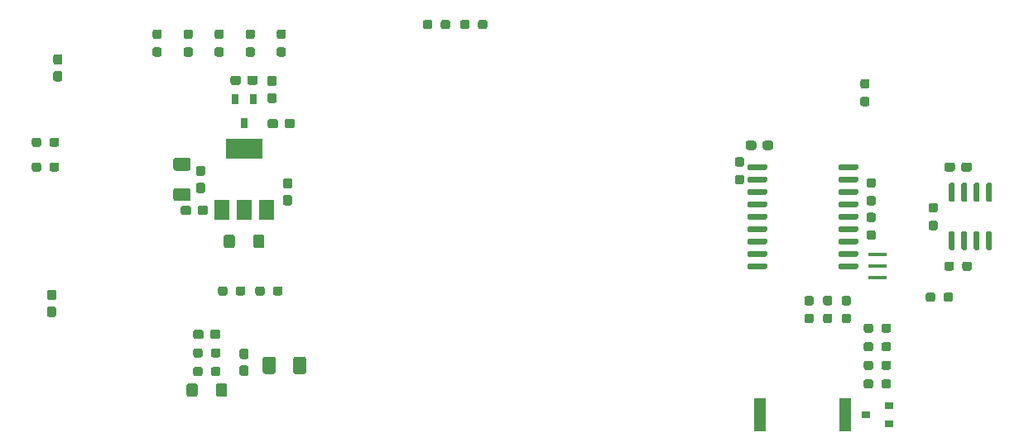
<source format=gbr>
G04 #@! TF.GenerationSoftware,KiCad,Pcbnew,(5.1.9)-1*
G04 #@! TF.CreationDate,2021-11-13T13:02:01+09:00*
G04 #@! TF.ProjectId,MainBoard2022_mega,4d61696e-426f-4617-9264-323032325f6d,rev?*
G04 #@! TF.SameCoordinates,Original*
G04 #@! TF.FileFunction,Paste,Bot*
G04 #@! TF.FilePolarity,Positive*
%FSLAX46Y46*%
G04 Gerber Fmt 4.6, Leading zero omitted, Abs format (unit mm)*
G04 Created by KiCad (PCBNEW (5.1.9)-1) date 2021-11-13 13:02:01*
%MOMM*%
%LPD*%
G01*
G04 APERTURE LIST*
%ADD10R,1.900000X0.400000*%
%ADD11R,0.900000X0.800000*%
%ADD12R,0.700000X1.000000*%
%ADD13R,3.800000X2.000000*%
%ADD14R,1.500000X2.000000*%
%ADD15R,1.300000X3.400000*%
G04 APERTURE END LIST*
D10*
X192278000Y-100006000D03*
X192278000Y-98806000D03*
X192278000Y-97606000D03*
G36*
G01*
X148593000Y-73803500D02*
X148593000Y-74278500D01*
G75*
G02*
X148355500Y-74516000I-237500J0D01*
G01*
X147855500Y-74516000D01*
G75*
G02*
X147618000Y-74278500I0J237500D01*
G01*
X147618000Y-73803500D01*
G75*
G02*
X147855500Y-73566000I237500J0D01*
G01*
X148355500Y-73566000D01*
G75*
G02*
X148593000Y-73803500I0J-237500D01*
G01*
G37*
G36*
G01*
X146768000Y-73803500D02*
X146768000Y-74278500D01*
G75*
G02*
X146530500Y-74516000I-237500J0D01*
G01*
X146030500Y-74516000D01*
G75*
G02*
X145793000Y-74278500I0J237500D01*
G01*
X145793000Y-73803500D01*
G75*
G02*
X146030500Y-73566000I237500J0D01*
G01*
X146530500Y-73566000D01*
G75*
G02*
X146768000Y-73803500I0J-237500D01*
G01*
G37*
G36*
G01*
X198203000Y-101743500D02*
X198203000Y-102218500D01*
G75*
G02*
X197965500Y-102456000I-237500J0D01*
G01*
X197465500Y-102456000D01*
G75*
G02*
X197228000Y-102218500I0J237500D01*
G01*
X197228000Y-101743500D01*
G75*
G02*
X197465500Y-101506000I237500J0D01*
G01*
X197965500Y-101506000D01*
G75*
G02*
X198203000Y-101743500I0J-237500D01*
G01*
G37*
G36*
G01*
X200028000Y-101743500D02*
X200028000Y-102218500D01*
G75*
G02*
X199790500Y-102456000I-237500J0D01*
G01*
X199290500Y-102456000D01*
G75*
G02*
X199053000Y-102218500I0J237500D01*
G01*
X199053000Y-101743500D01*
G75*
G02*
X199290500Y-101506000I237500J0D01*
G01*
X199790500Y-101506000D01*
G75*
G02*
X200028000Y-101743500I0J-237500D01*
G01*
G37*
G36*
G01*
X108220500Y-77086000D02*
X108695500Y-77086000D01*
G75*
G02*
X108933000Y-77323500I0J-237500D01*
G01*
X108933000Y-77923500D01*
G75*
G02*
X108695500Y-78161000I-237500J0D01*
G01*
X108220500Y-78161000D01*
G75*
G02*
X107983000Y-77923500I0J237500D01*
G01*
X107983000Y-77323500D01*
G75*
G02*
X108220500Y-77086000I237500J0D01*
G01*
G37*
G36*
G01*
X108220500Y-78811000D02*
X108695500Y-78811000D01*
G75*
G02*
X108933000Y-79048500I0J-237500D01*
G01*
X108933000Y-79648500D01*
G75*
G02*
X108695500Y-79886000I-237500J0D01*
G01*
X108220500Y-79886000D01*
G75*
G02*
X107983000Y-79648500I0J237500D01*
G01*
X107983000Y-79048500D01*
G75*
G02*
X108220500Y-78811000I237500J0D01*
G01*
G37*
G36*
G01*
X122298000Y-106028500D02*
X122298000Y-105553500D01*
G75*
G02*
X122535500Y-105316000I237500J0D01*
G01*
X123135500Y-105316000D01*
G75*
G02*
X123373000Y-105553500I0J-237500D01*
G01*
X123373000Y-106028500D01*
G75*
G02*
X123135500Y-106266000I-237500J0D01*
G01*
X122535500Y-106266000D01*
G75*
G02*
X122298000Y-106028500I0J237500D01*
G01*
G37*
G36*
G01*
X124023000Y-106028500D02*
X124023000Y-105553500D01*
G75*
G02*
X124260500Y-105316000I237500J0D01*
G01*
X124860500Y-105316000D01*
G75*
G02*
X125098000Y-105553500I0J-237500D01*
G01*
X125098000Y-106028500D01*
G75*
G02*
X124860500Y-106266000I-237500J0D01*
G01*
X124260500Y-106266000D01*
G75*
G02*
X124023000Y-106028500I0J237500D01*
G01*
G37*
D11*
X193478000Y-113096000D03*
X193478000Y-114996000D03*
X191078000Y-114046000D03*
G36*
G01*
X190333000Y-88496000D02*
X190333000Y-88796000D01*
G75*
G02*
X190183000Y-88946000I-150000J0D01*
G01*
X188433000Y-88946000D01*
G75*
G02*
X188283000Y-88796000I0J150000D01*
G01*
X188283000Y-88496000D01*
G75*
G02*
X188433000Y-88346000I150000J0D01*
G01*
X190183000Y-88346000D01*
G75*
G02*
X190333000Y-88496000I0J-150000D01*
G01*
G37*
G36*
G01*
X190333000Y-89766000D02*
X190333000Y-90066000D01*
G75*
G02*
X190183000Y-90216000I-150000J0D01*
G01*
X188433000Y-90216000D01*
G75*
G02*
X188283000Y-90066000I0J150000D01*
G01*
X188283000Y-89766000D01*
G75*
G02*
X188433000Y-89616000I150000J0D01*
G01*
X190183000Y-89616000D01*
G75*
G02*
X190333000Y-89766000I0J-150000D01*
G01*
G37*
G36*
G01*
X190333000Y-91036000D02*
X190333000Y-91336000D01*
G75*
G02*
X190183000Y-91486000I-150000J0D01*
G01*
X188433000Y-91486000D01*
G75*
G02*
X188283000Y-91336000I0J150000D01*
G01*
X188283000Y-91036000D01*
G75*
G02*
X188433000Y-90886000I150000J0D01*
G01*
X190183000Y-90886000D01*
G75*
G02*
X190333000Y-91036000I0J-150000D01*
G01*
G37*
G36*
G01*
X190333000Y-92306000D02*
X190333000Y-92606000D01*
G75*
G02*
X190183000Y-92756000I-150000J0D01*
G01*
X188433000Y-92756000D01*
G75*
G02*
X188283000Y-92606000I0J150000D01*
G01*
X188283000Y-92306000D01*
G75*
G02*
X188433000Y-92156000I150000J0D01*
G01*
X190183000Y-92156000D01*
G75*
G02*
X190333000Y-92306000I0J-150000D01*
G01*
G37*
G36*
G01*
X190333000Y-93576000D02*
X190333000Y-93876000D01*
G75*
G02*
X190183000Y-94026000I-150000J0D01*
G01*
X188433000Y-94026000D01*
G75*
G02*
X188283000Y-93876000I0J150000D01*
G01*
X188283000Y-93576000D01*
G75*
G02*
X188433000Y-93426000I150000J0D01*
G01*
X190183000Y-93426000D01*
G75*
G02*
X190333000Y-93576000I0J-150000D01*
G01*
G37*
G36*
G01*
X190333000Y-94846000D02*
X190333000Y-95146000D01*
G75*
G02*
X190183000Y-95296000I-150000J0D01*
G01*
X188433000Y-95296000D01*
G75*
G02*
X188283000Y-95146000I0J150000D01*
G01*
X188283000Y-94846000D01*
G75*
G02*
X188433000Y-94696000I150000J0D01*
G01*
X190183000Y-94696000D01*
G75*
G02*
X190333000Y-94846000I0J-150000D01*
G01*
G37*
G36*
G01*
X190333000Y-96116000D02*
X190333000Y-96416000D01*
G75*
G02*
X190183000Y-96566000I-150000J0D01*
G01*
X188433000Y-96566000D01*
G75*
G02*
X188283000Y-96416000I0J150000D01*
G01*
X188283000Y-96116000D01*
G75*
G02*
X188433000Y-95966000I150000J0D01*
G01*
X190183000Y-95966000D01*
G75*
G02*
X190333000Y-96116000I0J-150000D01*
G01*
G37*
G36*
G01*
X190333000Y-97386000D02*
X190333000Y-97686000D01*
G75*
G02*
X190183000Y-97836000I-150000J0D01*
G01*
X188433000Y-97836000D01*
G75*
G02*
X188283000Y-97686000I0J150000D01*
G01*
X188283000Y-97386000D01*
G75*
G02*
X188433000Y-97236000I150000J0D01*
G01*
X190183000Y-97236000D01*
G75*
G02*
X190333000Y-97386000I0J-150000D01*
G01*
G37*
G36*
G01*
X190333000Y-98656000D02*
X190333000Y-98956000D01*
G75*
G02*
X190183000Y-99106000I-150000J0D01*
G01*
X188433000Y-99106000D01*
G75*
G02*
X188283000Y-98956000I0J150000D01*
G01*
X188283000Y-98656000D01*
G75*
G02*
X188433000Y-98506000I150000J0D01*
G01*
X190183000Y-98506000D01*
G75*
G02*
X190333000Y-98656000I0J-150000D01*
G01*
G37*
G36*
G01*
X181033000Y-98656000D02*
X181033000Y-98956000D01*
G75*
G02*
X180883000Y-99106000I-150000J0D01*
G01*
X179133000Y-99106000D01*
G75*
G02*
X178983000Y-98956000I0J150000D01*
G01*
X178983000Y-98656000D01*
G75*
G02*
X179133000Y-98506000I150000J0D01*
G01*
X180883000Y-98506000D01*
G75*
G02*
X181033000Y-98656000I0J-150000D01*
G01*
G37*
G36*
G01*
X181033000Y-97386000D02*
X181033000Y-97686000D01*
G75*
G02*
X180883000Y-97836000I-150000J0D01*
G01*
X179133000Y-97836000D01*
G75*
G02*
X178983000Y-97686000I0J150000D01*
G01*
X178983000Y-97386000D01*
G75*
G02*
X179133000Y-97236000I150000J0D01*
G01*
X180883000Y-97236000D01*
G75*
G02*
X181033000Y-97386000I0J-150000D01*
G01*
G37*
G36*
G01*
X181033000Y-96116000D02*
X181033000Y-96416000D01*
G75*
G02*
X180883000Y-96566000I-150000J0D01*
G01*
X179133000Y-96566000D01*
G75*
G02*
X178983000Y-96416000I0J150000D01*
G01*
X178983000Y-96116000D01*
G75*
G02*
X179133000Y-95966000I150000J0D01*
G01*
X180883000Y-95966000D01*
G75*
G02*
X181033000Y-96116000I0J-150000D01*
G01*
G37*
G36*
G01*
X181033000Y-94846000D02*
X181033000Y-95146000D01*
G75*
G02*
X180883000Y-95296000I-150000J0D01*
G01*
X179133000Y-95296000D01*
G75*
G02*
X178983000Y-95146000I0J150000D01*
G01*
X178983000Y-94846000D01*
G75*
G02*
X179133000Y-94696000I150000J0D01*
G01*
X180883000Y-94696000D01*
G75*
G02*
X181033000Y-94846000I0J-150000D01*
G01*
G37*
G36*
G01*
X181033000Y-93576000D02*
X181033000Y-93876000D01*
G75*
G02*
X180883000Y-94026000I-150000J0D01*
G01*
X179133000Y-94026000D01*
G75*
G02*
X178983000Y-93876000I0J150000D01*
G01*
X178983000Y-93576000D01*
G75*
G02*
X179133000Y-93426000I150000J0D01*
G01*
X180883000Y-93426000D01*
G75*
G02*
X181033000Y-93576000I0J-150000D01*
G01*
G37*
G36*
G01*
X181033000Y-92306000D02*
X181033000Y-92606000D01*
G75*
G02*
X180883000Y-92756000I-150000J0D01*
G01*
X179133000Y-92756000D01*
G75*
G02*
X178983000Y-92606000I0J150000D01*
G01*
X178983000Y-92306000D01*
G75*
G02*
X179133000Y-92156000I150000J0D01*
G01*
X180883000Y-92156000D01*
G75*
G02*
X181033000Y-92306000I0J-150000D01*
G01*
G37*
G36*
G01*
X181033000Y-91036000D02*
X181033000Y-91336000D01*
G75*
G02*
X180883000Y-91486000I-150000J0D01*
G01*
X179133000Y-91486000D01*
G75*
G02*
X178983000Y-91336000I0J150000D01*
G01*
X178983000Y-91036000D01*
G75*
G02*
X179133000Y-90886000I150000J0D01*
G01*
X180883000Y-90886000D01*
G75*
G02*
X181033000Y-91036000I0J-150000D01*
G01*
G37*
G36*
G01*
X181033000Y-89766000D02*
X181033000Y-90066000D01*
G75*
G02*
X180883000Y-90216000I-150000J0D01*
G01*
X179133000Y-90216000D01*
G75*
G02*
X178983000Y-90066000I0J150000D01*
G01*
X178983000Y-89766000D01*
G75*
G02*
X179133000Y-89616000I150000J0D01*
G01*
X180883000Y-89616000D01*
G75*
G02*
X181033000Y-89766000I0J-150000D01*
G01*
G37*
G36*
G01*
X181033000Y-88496000D02*
X181033000Y-88796000D01*
G75*
G02*
X180883000Y-88946000I-150000J0D01*
G01*
X179133000Y-88946000D01*
G75*
G02*
X178983000Y-88796000I0J150000D01*
G01*
X178983000Y-88496000D01*
G75*
G02*
X179133000Y-88346000I150000J0D01*
G01*
X180883000Y-88346000D01*
G75*
G02*
X181033000Y-88496000I0J-150000D01*
G01*
G37*
D12*
X126558000Y-81731000D03*
X128458000Y-81731000D03*
X127508000Y-84131000D03*
D13*
X127508000Y-86766000D03*
D14*
X127508000Y-93066000D03*
X125208000Y-93066000D03*
X129808000Y-93066000D03*
G36*
G01*
X199748000Y-90276000D02*
X200048000Y-90276000D01*
G75*
G02*
X200198000Y-90426000I0J-150000D01*
G01*
X200198000Y-92076000D01*
G75*
G02*
X200048000Y-92226000I-150000J0D01*
G01*
X199748000Y-92226000D01*
G75*
G02*
X199598000Y-92076000I0J150000D01*
G01*
X199598000Y-90426000D01*
G75*
G02*
X199748000Y-90276000I150000J0D01*
G01*
G37*
G36*
G01*
X201018000Y-90276000D02*
X201318000Y-90276000D01*
G75*
G02*
X201468000Y-90426000I0J-150000D01*
G01*
X201468000Y-92076000D01*
G75*
G02*
X201318000Y-92226000I-150000J0D01*
G01*
X201018000Y-92226000D01*
G75*
G02*
X200868000Y-92076000I0J150000D01*
G01*
X200868000Y-90426000D01*
G75*
G02*
X201018000Y-90276000I150000J0D01*
G01*
G37*
G36*
G01*
X202288000Y-90276000D02*
X202588000Y-90276000D01*
G75*
G02*
X202738000Y-90426000I0J-150000D01*
G01*
X202738000Y-92076000D01*
G75*
G02*
X202588000Y-92226000I-150000J0D01*
G01*
X202288000Y-92226000D01*
G75*
G02*
X202138000Y-92076000I0J150000D01*
G01*
X202138000Y-90426000D01*
G75*
G02*
X202288000Y-90276000I150000J0D01*
G01*
G37*
G36*
G01*
X203558000Y-90276000D02*
X203858000Y-90276000D01*
G75*
G02*
X204008000Y-90426000I0J-150000D01*
G01*
X204008000Y-92076000D01*
G75*
G02*
X203858000Y-92226000I-150000J0D01*
G01*
X203558000Y-92226000D01*
G75*
G02*
X203408000Y-92076000I0J150000D01*
G01*
X203408000Y-90426000D01*
G75*
G02*
X203558000Y-90276000I150000J0D01*
G01*
G37*
G36*
G01*
X203558000Y-95226000D02*
X203858000Y-95226000D01*
G75*
G02*
X204008000Y-95376000I0J-150000D01*
G01*
X204008000Y-97026000D01*
G75*
G02*
X203858000Y-97176000I-150000J0D01*
G01*
X203558000Y-97176000D01*
G75*
G02*
X203408000Y-97026000I0J150000D01*
G01*
X203408000Y-95376000D01*
G75*
G02*
X203558000Y-95226000I150000J0D01*
G01*
G37*
G36*
G01*
X202288000Y-95226000D02*
X202588000Y-95226000D01*
G75*
G02*
X202738000Y-95376000I0J-150000D01*
G01*
X202738000Y-97026000D01*
G75*
G02*
X202588000Y-97176000I-150000J0D01*
G01*
X202288000Y-97176000D01*
G75*
G02*
X202138000Y-97026000I0J150000D01*
G01*
X202138000Y-95376000D01*
G75*
G02*
X202288000Y-95226000I150000J0D01*
G01*
G37*
G36*
G01*
X201018000Y-95226000D02*
X201318000Y-95226000D01*
G75*
G02*
X201468000Y-95376000I0J-150000D01*
G01*
X201468000Y-97026000D01*
G75*
G02*
X201318000Y-97176000I-150000J0D01*
G01*
X201018000Y-97176000D01*
G75*
G02*
X200868000Y-97026000I0J150000D01*
G01*
X200868000Y-95376000D01*
G75*
G02*
X201018000Y-95226000I150000J0D01*
G01*
G37*
G36*
G01*
X199748000Y-95226000D02*
X200048000Y-95226000D01*
G75*
G02*
X200198000Y-95376000I0J-150000D01*
G01*
X200198000Y-97026000D01*
G75*
G02*
X200048000Y-97176000I-150000J0D01*
G01*
X199748000Y-97176000D01*
G75*
G02*
X199598000Y-97026000I0J150000D01*
G01*
X199598000Y-95376000D01*
G75*
G02*
X199748000Y-95226000I150000J0D01*
G01*
G37*
G36*
G01*
X121555500Y-74546000D02*
X122030500Y-74546000D01*
G75*
G02*
X122268000Y-74783500I0J-237500D01*
G01*
X122268000Y-75283500D01*
G75*
G02*
X122030500Y-75521000I-237500J0D01*
G01*
X121555500Y-75521000D01*
G75*
G02*
X121318000Y-75283500I0J237500D01*
G01*
X121318000Y-74783500D01*
G75*
G02*
X121555500Y-74546000I237500J0D01*
G01*
G37*
G36*
G01*
X121555500Y-76371000D02*
X122030500Y-76371000D01*
G75*
G02*
X122268000Y-76608500I0J-237500D01*
G01*
X122268000Y-77108500D01*
G75*
G02*
X122030500Y-77346000I-237500J0D01*
G01*
X121555500Y-77346000D01*
G75*
G02*
X121318000Y-77108500I0J237500D01*
G01*
X121318000Y-76608500D01*
G75*
G02*
X121555500Y-76371000I237500J0D01*
G01*
G37*
G36*
G01*
X124730500Y-74546000D02*
X125205500Y-74546000D01*
G75*
G02*
X125443000Y-74783500I0J-237500D01*
G01*
X125443000Y-75283500D01*
G75*
G02*
X125205500Y-75521000I-237500J0D01*
G01*
X124730500Y-75521000D01*
G75*
G02*
X124493000Y-75283500I0J237500D01*
G01*
X124493000Y-74783500D01*
G75*
G02*
X124730500Y-74546000I237500J0D01*
G01*
G37*
G36*
G01*
X124730500Y-76371000D02*
X125205500Y-76371000D01*
G75*
G02*
X125443000Y-76608500I0J-237500D01*
G01*
X125443000Y-77108500D01*
G75*
G02*
X125205500Y-77346000I-237500J0D01*
G01*
X124730500Y-77346000D01*
G75*
G02*
X124493000Y-77108500I0J237500D01*
G01*
X124493000Y-76608500D01*
G75*
G02*
X124730500Y-76371000I237500J0D01*
G01*
G37*
G36*
G01*
X127905500Y-74546000D02*
X128380500Y-74546000D01*
G75*
G02*
X128618000Y-74783500I0J-237500D01*
G01*
X128618000Y-75283500D01*
G75*
G02*
X128380500Y-75521000I-237500J0D01*
G01*
X127905500Y-75521000D01*
G75*
G02*
X127668000Y-75283500I0J237500D01*
G01*
X127668000Y-74783500D01*
G75*
G02*
X127905500Y-74546000I237500J0D01*
G01*
G37*
G36*
G01*
X127905500Y-76371000D02*
X128380500Y-76371000D01*
G75*
G02*
X128618000Y-76608500I0J-237500D01*
G01*
X128618000Y-77108500D01*
G75*
G02*
X128380500Y-77346000I-237500J0D01*
G01*
X127905500Y-77346000D01*
G75*
G02*
X127668000Y-77108500I0J237500D01*
G01*
X127668000Y-76608500D01*
G75*
G02*
X127905500Y-76371000I237500J0D01*
G01*
G37*
G36*
G01*
X131080500Y-74546000D02*
X131555500Y-74546000D01*
G75*
G02*
X131793000Y-74783500I0J-237500D01*
G01*
X131793000Y-75283500D01*
G75*
G02*
X131555500Y-75521000I-237500J0D01*
G01*
X131080500Y-75521000D01*
G75*
G02*
X130843000Y-75283500I0J237500D01*
G01*
X130843000Y-74783500D01*
G75*
G02*
X131080500Y-74546000I237500J0D01*
G01*
G37*
G36*
G01*
X131080500Y-76371000D02*
X131555500Y-76371000D01*
G75*
G02*
X131793000Y-76608500I0J-237500D01*
G01*
X131793000Y-77108500D01*
G75*
G02*
X131555500Y-77346000I-237500J0D01*
G01*
X131080500Y-77346000D01*
G75*
G02*
X130843000Y-77108500I0J237500D01*
G01*
X130843000Y-76608500D01*
G75*
G02*
X131080500Y-76371000I237500J0D01*
G01*
G37*
G36*
G01*
X118380500Y-74546000D02*
X118855500Y-74546000D01*
G75*
G02*
X119093000Y-74783500I0J-237500D01*
G01*
X119093000Y-75283500D01*
G75*
G02*
X118855500Y-75521000I-237500J0D01*
G01*
X118380500Y-75521000D01*
G75*
G02*
X118143000Y-75283500I0J237500D01*
G01*
X118143000Y-74783500D01*
G75*
G02*
X118380500Y-74546000I237500J0D01*
G01*
G37*
G36*
G01*
X118380500Y-76371000D02*
X118855500Y-76371000D01*
G75*
G02*
X119093000Y-76608500I0J-237500D01*
G01*
X119093000Y-77108500D01*
G75*
G02*
X118855500Y-77346000I-237500J0D01*
G01*
X118380500Y-77346000D01*
G75*
G02*
X118143000Y-77108500I0J237500D01*
G01*
X118143000Y-76608500D01*
G75*
G02*
X118380500Y-76371000I237500J0D01*
G01*
G37*
G36*
G01*
X190878000Y-111108500D02*
X190878000Y-110633500D01*
G75*
G02*
X191115500Y-110396000I237500J0D01*
G01*
X191615500Y-110396000D01*
G75*
G02*
X191853000Y-110633500I0J-237500D01*
G01*
X191853000Y-111108500D01*
G75*
G02*
X191615500Y-111346000I-237500J0D01*
G01*
X191115500Y-111346000D01*
G75*
G02*
X190878000Y-111108500I0J237500D01*
G01*
G37*
G36*
G01*
X192703000Y-111108500D02*
X192703000Y-110633500D01*
G75*
G02*
X192940500Y-110396000I237500J0D01*
G01*
X193440500Y-110396000D01*
G75*
G02*
X193678000Y-110633500I0J-237500D01*
G01*
X193678000Y-111108500D01*
G75*
G02*
X193440500Y-111346000I-237500J0D01*
G01*
X192940500Y-111346000D01*
G75*
G02*
X192703000Y-111108500I0J237500D01*
G01*
G37*
G36*
G01*
X191245500Y-82426000D02*
X190770500Y-82426000D01*
G75*
G02*
X190533000Y-82188500I0J237500D01*
G01*
X190533000Y-81688500D01*
G75*
G02*
X190770500Y-81451000I237500J0D01*
G01*
X191245500Y-81451000D01*
G75*
G02*
X191483000Y-81688500I0J-237500D01*
G01*
X191483000Y-82188500D01*
G75*
G02*
X191245500Y-82426000I-237500J0D01*
G01*
G37*
G36*
G01*
X191245500Y-80601000D02*
X190770500Y-80601000D01*
G75*
G02*
X190533000Y-80363500I0J237500D01*
G01*
X190533000Y-79863500D01*
G75*
G02*
X190770500Y-79626000I237500J0D01*
G01*
X191245500Y-79626000D01*
G75*
G02*
X191483000Y-79863500I0J-237500D01*
G01*
X191483000Y-80363500D01*
G75*
G02*
X191245500Y-80601000I-237500J0D01*
G01*
G37*
G36*
G01*
X191880500Y-92586000D02*
X191405500Y-92586000D01*
G75*
G02*
X191168000Y-92348500I0J237500D01*
G01*
X191168000Y-91848500D01*
G75*
G02*
X191405500Y-91611000I237500J0D01*
G01*
X191880500Y-91611000D01*
G75*
G02*
X192118000Y-91848500I0J-237500D01*
G01*
X192118000Y-92348500D01*
G75*
G02*
X191880500Y-92586000I-237500J0D01*
G01*
G37*
G36*
G01*
X191880500Y-90761000D02*
X191405500Y-90761000D01*
G75*
G02*
X191168000Y-90523500I0J237500D01*
G01*
X191168000Y-90023500D01*
G75*
G02*
X191405500Y-89786000I237500J0D01*
G01*
X191880500Y-89786000D01*
G75*
G02*
X192118000Y-90023500I0J-237500D01*
G01*
X192118000Y-90523500D01*
G75*
G02*
X191880500Y-90761000I-237500J0D01*
G01*
G37*
G36*
G01*
X189340500Y-104651000D02*
X188865500Y-104651000D01*
G75*
G02*
X188628000Y-104413500I0J237500D01*
G01*
X188628000Y-103913500D01*
G75*
G02*
X188865500Y-103676000I237500J0D01*
G01*
X189340500Y-103676000D01*
G75*
G02*
X189578000Y-103913500I0J-237500D01*
G01*
X189578000Y-104413500D01*
G75*
G02*
X189340500Y-104651000I-237500J0D01*
G01*
G37*
G36*
G01*
X189340500Y-102826000D02*
X188865500Y-102826000D01*
G75*
G02*
X188628000Y-102588500I0J237500D01*
G01*
X188628000Y-102088500D01*
G75*
G02*
X188865500Y-101851000I237500J0D01*
G01*
X189340500Y-101851000D01*
G75*
G02*
X189578000Y-102088500I0J-237500D01*
G01*
X189578000Y-102588500D01*
G75*
G02*
X189340500Y-102826000I-237500J0D01*
G01*
G37*
G36*
G01*
X187435500Y-104651000D02*
X186960500Y-104651000D01*
G75*
G02*
X186723000Y-104413500I0J237500D01*
G01*
X186723000Y-103913500D01*
G75*
G02*
X186960500Y-103676000I237500J0D01*
G01*
X187435500Y-103676000D01*
G75*
G02*
X187673000Y-103913500I0J-237500D01*
G01*
X187673000Y-104413500D01*
G75*
G02*
X187435500Y-104651000I-237500J0D01*
G01*
G37*
G36*
G01*
X187435500Y-102826000D02*
X186960500Y-102826000D01*
G75*
G02*
X186723000Y-102588500I0J237500D01*
G01*
X186723000Y-102088500D01*
G75*
G02*
X186960500Y-101851000I237500J0D01*
G01*
X187435500Y-101851000D01*
G75*
G02*
X187673000Y-102088500I0J-237500D01*
G01*
X187673000Y-102588500D01*
G75*
G02*
X187435500Y-102826000I-237500J0D01*
G01*
G37*
G36*
G01*
X185530500Y-104651000D02*
X185055500Y-104651000D01*
G75*
G02*
X184818000Y-104413500I0J237500D01*
G01*
X184818000Y-103913500D01*
G75*
G02*
X185055500Y-103676000I237500J0D01*
G01*
X185530500Y-103676000D01*
G75*
G02*
X185768000Y-103913500I0J-237500D01*
G01*
X185768000Y-104413500D01*
G75*
G02*
X185530500Y-104651000I-237500J0D01*
G01*
G37*
G36*
G01*
X185530500Y-102826000D02*
X185055500Y-102826000D01*
G75*
G02*
X184818000Y-102588500I0J237500D01*
G01*
X184818000Y-102088500D01*
G75*
G02*
X185055500Y-101851000I237500J0D01*
G01*
X185530500Y-101851000D01*
G75*
G02*
X185768000Y-102088500I0J-237500D01*
G01*
X185768000Y-102588500D01*
G75*
G02*
X185530500Y-102826000I-237500J0D01*
G01*
G37*
G36*
G01*
X190878000Y-109203500D02*
X190878000Y-108728500D01*
G75*
G02*
X191115500Y-108491000I237500J0D01*
G01*
X191615500Y-108491000D01*
G75*
G02*
X191853000Y-108728500I0J-237500D01*
G01*
X191853000Y-109203500D01*
G75*
G02*
X191615500Y-109441000I-237500J0D01*
G01*
X191115500Y-109441000D01*
G75*
G02*
X190878000Y-109203500I0J237500D01*
G01*
G37*
G36*
G01*
X192703000Y-109203500D02*
X192703000Y-108728500D01*
G75*
G02*
X192940500Y-108491000I237500J0D01*
G01*
X193440500Y-108491000D01*
G75*
G02*
X193678000Y-108728500I0J-237500D01*
G01*
X193678000Y-109203500D01*
G75*
G02*
X193440500Y-109441000I-237500J0D01*
G01*
X192940500Y-109441000D01*
G75*
G02*
X192703000Y-109203500I0J237500D01*
G01*
G37*
G36*
G01*
X190878000Y-107298500D02*
X190878000Y-106823500D01*
G75*
G02*
X191115500Y-106586000I237500J0D01*
G01*
X191615500Y-106586000D01*
G75*
G02*
X191853000Y-106823500I0J-237500D01*
G01*
X191853000Y-107298500D01*
G75*
G02*
X191615500Y-107536000I-237500J0D01*
G01*
X191115500Y-107536000D01*
G75*
G02*
X190878000Y-107298500I0J237500D01*
G01*
G37*
G36*
G01*
X192703000Y-107298500D02*
X192703000Y-106823500D01*
G75*
G02*
X192940500Y-106586000I237500J0D01*
G01*
X193440500Y-106586000D01*
G75*
G02*
X193678000Y-106823500I0J-237500D01*
G01*
X193678000Y-107298500D01*
G75*
G02*
X193440500Y-107536000I-237500J0D01*
G01*
X192940500Y-107536000D01*
G75*
G02*
X192703000Y-107298500I0J237500D01*
G01*
G37*
G36*
G01*
X190878000Y-105393500D02*
X190878000Y-104918500D01*
G75*
G02*
X191115500Y-104681000I237500J0D01*
G01*
X191615500Y-104681000D01*
G75*
G02*
X191853000Y-104918500I0J-237500D01*
G01*
X191853000Y-105393500D01*
G75*
G02*
X191615500Y-105631000I-237500J0D01*
G01*
X191115500Y-105631000D01*
G75*
G02*
X190878000Y-105393500I0J237500D01*
G01*
G37*
G36*
G01*
X192703000Y-105393500D02*
X192703000Y-104918500D01*
G75*
G02*
X192940500Y-104681000I237500J0D01*
G01*
X193440500Y-104681000D01*
G75*
G02*
X193678000Y-104918500I0J-237500D01*
G01*
X193678000Y-105393500D01*
G75*
G02*
X193440500Y-105631000I-237500J0D01*
G01*
X192940500Y-105631000D01*
G75*
G02*
X192703000Y-105393500I0J237500D01*
G01*
G37*
G36*
G01*
X191405500Y-93318500D02*
X191880500Y-93318500D01*
G75*
G02*
X192118000Y-93556000I0J-237500D01*
G01*
X192118000Y-94056000D01*
G75*
G02*
X191880500Y-94293500I-237500J0D01*
G01*
X191405500Y-94293500D01*
G75*
G02*
X191168000Y-94056000I0J237500D01*
G01*
X191168000Y-93556000D01*
G75*
G02*
X191405500Y-93318500I237500J0D01*
G01*
G37*
G36*
G01*
X191405500Y-95143500D02*
X191880500Y-95143500D01*
G75*
G02*
X192118000Y-95381000I0J-237500D01*
G01*
X192118000Y-95881000D01*
G75*
G02*
X191880500Y-96118500I-237500J0D01*
G01*
X191405500Y-96118500D01*
G75*
G02*
X191168000Y-95881000I0J237500D01*
G01*
X191168000Y-95381000D01*
G75*
G02*
X191405500Y-95143500I237500J0D01*
G01*
G37*
G36*
G01*
X131448000Y-101108500D02*
X131448000Y-101583500D01*
G75*
G02*
X131210500Y-101821000I-237500J0D01*
G01*
X130710500Y-101821000D01*
G75*
G02*
X130473000Y-101583500I0J237500D01*
G01*
X130473000Y-101108500D01*
G75*
G02*
X130710500Y-100871000I237500J0D01*
G01*
X131210500Y-100871000D01*
G75*
G02*
X131448000Y-101108500I0J-237500D01*
G01*
G37*
G36*
G01*
X129623000Y-101108500D02*
X129623000Y-101583500D01*
G75*
G02*
X129385500Y-101821000I-237500J0D01*
G01*
X128885500Y-101821000D01*
G75*
G02*
X128648000Y-101583500I0J237500D01*
G01*
X128648000Y-101108500D01*
G75*
G02*
X128885500Y-100871000I237500J0D01*
G01*
X129385500Y-100871000D01*
G75*
G02*
X129623000Y-101108500I0J-237500D01*
G01*
G37*
G36*
G01*
X125813000Y-101108500D02*
X125813000Y-101583500D01*
G75*
G02*
X125575500Y-101821000I-237500J0D01*
G01*
X125075500Y-101821000D01*
G75*
G02*
X124838000Y-101583500I0J237500D01*
G01*
X124838000Y-101108500D01*
G75*
G02*
X125075500Y-100871000I237500J0D01*
G01*
X125575500Y-100871000D01*
G75*
G02*
X125813000Y-101108500I0J-237500D01*
G01*
G37*
G36*
G01*
X127638000Y-101108500D02*
X127638000Y-101583500D01*
G75*
G02*
X127400500Y-101821000I-237500J0D01*
G01*
X126900500Y-101821000D01*
G75*
G02*
X126663000Y-101583500I0J237500D01*
G01*
X126663000Y-101108500D01*
G75*
G02*
X126900500Y-100871000I237500J0D01*
G01*
X127400500Y-100871000D01*
G75*
G02*
X127638000Y-101108500I0J-237500D01*
G01*
G37*
G36*
G01*
X177943500Y-87627000D02*
X178418500Y-87627000D01*
G75*
G02*
X178656000Y-87864500I0J-237500D01*
G01*
X178656000Y-88364500D01*
G75*
G02*
X178418500Y-88602000I-237500J0D01*
G01*
X177943500Y-88602000D01*
G75*
G02*
X177706000Y-88364500I0J237500D01*
G01*
X177706000Y-87864500D01*
G75*
G02*
X177943500Y-87627000I237500J0D01*
G01*
G37*
G36*
G01*
X177943500Y-89452000D02*
X178418500Y-89452000D01*
G75*
G02*
X178656000Y-89689500I0J-237500D01*
G01*
X178656000Y-90189500D01*
G75*
G02*
X178418500Y-90427000I-237500J0D01*
G01*
X177943500Y-90427000D01*
G75*
G02*
X177706000Y-90189500I0J237500D01*
G01*
X177706000Y-89689500D01*
G75*
G02*
X177943500Y-89452000I237500J0D01*
G01*
G37*
G36*
G01*
X149603000Y-74278500D02*
X149603000Y-73803500D01*
G75*
G02*
X149840500Y-73566000I237500J0D01*
G01*
X150340500Y-73566000D01*
G75*
G02*
X150578000Y-73803500I0J-237500D01*
G01*
X150578000Y-74278500D01*
G75*
G02*
X150340500Y-74516000I-237500J0D01*
G01*
X149840500Y-74516000D01*
G75*
G02*
X149603000Y-74278500I0J237500D01*
G01*
G37*
G36*
G01*
X151428000Y-74278500D02*
X151428000Y-73803500D01*
G75*
G02*
X151665500Y-73566000I237500J0D01*
G01*
X152165500Y-73566000D01*
G75*
G02*
X152403000Y-73803500I0J-237500D01*
G01*
X152403000Y-74278500D01*
G75*
G02*
X152165500Y-74516000I-237500J0D01*
G01*
X151665500Y-74516000D01*
G75*
G02*
X151428000Y-74278500I0J237500D01*
G01*
G37*
G36*
G01*
X199133000Y-99043500D02*
X199133000Y-98568500D01*
G75*
G02*
X199370500Y-98331000I237500J0D01*
G01*
X199870500Y-98331000D01*
G75*
G02*
X200108000Y-98568500I0J-237500D01*
G01*
X200108000Y-99043500D01*
G75*
G02*
X199870500Y-99281000I-237500J0D01*
G01*
X199370500Y-99281000D01*
G75*
G02*
X199133000Y-99043500I0J237500D01*
G01*
G37*
G36*
G01*
X200958000Y-99043500D02*
X200958000Y-98568500D01*
G75*
G02*
X201195500Y-98331000I237500J0D01*
G01*
X201695500Y-98331000D01*
G75*
G02*
X201933000Y-98568500I0J-237500D01*
G01*
X201933000Y-99043500D01*
G75*
G02*
X201695500Y-99281000I-237500J0D01*
G01*
X201195500Y-99281000D01*
G75*
G02*
X200958000Y-99043500I0J237500D01*
G01*
G37*
G36*
G01*
X198230500Y-95126000D02*
X197755500Y-95126000D01*
G75*
G02*
X197518000Y-94888500I0J237500D01*
G01*
X197518000Y-94388500D01*
G75*
G02*
X197755500Y-94151000I237500J0D01*
G01*
X198230500Y-94151000D01*
G75*
G02*
X198468000Y-94388500I0J-237500D01*
G01*
X198468000Y-94888500D01*
G75*
G02*
X198230500Y-95126000I-237500J0D01*
G01*
G37*
G36*
G01*
X198230500Y-93301000D02*
X197755500Y-93301000D01*
G75*
G02*
X197518000Y-93063500I0J237500D01*
G01*
X197518000Y-92563500D01*
G75*
G02*
X197755500Y-92326000I237500J0D01*
G01*
X198230500Y-92326000D01*
G75*
G02*
X198468000Y-92563500I0J-237500D01*
G01*
X198468000Y-93063500D01*
G75*
G02*
X198230500Y-93301000I-237500J0D01*
G01*
G37*
G36*
G01*
X122298000Y-107933500D02*
X122298000Y-107458500D01*
G75*
G02*
X122535500Y-107221000I237500J0D01*
G01*
X123035500Y-107221000D01*
G75*
G02*
X123273000Y-107458500I0J-237500D01*
G01*
X123273000Y-107933500D01*
G75*
G02*
X123035500Y-108171000I-237500J0D01*
G01*
X122535500Y-108171000D01*
G75*
G02*
X122298000Y-107933500I0J237500D01*
G01*
G37*
G36*
G01*
X124123000Y-107933500D02*
X124123000Y-107458500D01*
G75*
G02*
X124360500Y-107221000I237500J0D01*
G01*
X124860500Y-107221000D01*
G75*
G02*
X125098000Y-107458500I0J-237500D01*
G01*
X125098000Y-107933500D01*
G75*
G02*
X124860500Y-108171000I-237500J0D01*
G01*
X124360500Y-108171000D01*
G75*
G02*
X124123000Y-107933500I0J237500D01*
G01*
G37*
G36*
G01*
X122298000Y-109838500D02*
X122298000Y-109363500D01*
G75*
G02*
X122535500Y-109126000I237500J0D01*
G01*
X123035500Y-109126000D01*
G75*
G02*
X123273000Y-109363500I0J-237500D01*
G01*
X123273000Y-109838500D01*
G75*
G02*
X123035500Y-110076000I-237500J0D01*
G01*
X122535500Y-110076000D01*
G75*
G02*
X122298000Y-109838500I0J237500D01*
G01*
G37*
G36*
G01*
X124123000Y-109838500D02*
X124123000Y-109363500D01*
G75*
G02*
X124360500Y-109126000I237500J0D01*
G01*
X124860500Y-109126000D01*
G75*
G02*
X125098000Y-109363500I0J-237500D01*
G01*
X125098000Y-109838500D01*
G75*
G02*
X124860500Y-110076000I-237500J0D01*
G01*
X124360500Y-110076000D01*
G75*
G02*
X124123000Y-109838500I0J237500D01*
G01*
G37*
G36*
G01*
X105788000Y-88883500D02*
X105788000Y-88408500D01*
G75*
G02*
X106025500Y-88171000I237500J0D01*
G01*
X106525500Y-88171000D01*
G75*
G02*
X106763000Y-88408500I0J-237500D01*
G01*
X106763000Y-88883500D01*
G75*
G02*
X106525500Y-89121000I-237500J0D01*
G01*
X106025500Y-89121000D01*
G75*
G02*
X105788000Y-88883500I0J237500D01*
G01*
G37*
G36*
G01*
X107613000Y-88883500D02*
X107613000Y-88408500D01*
G75*
G02*
X107850500Y-88171000I237500J0D01*
G01*
X108350500Y-88171000D01*
G75*
G02*
X108588000Y-88408500I0J-237500D01*
G01*
X108588000Y-88883500D01*
G75*
G02*
X108350500Y-89121000I-237500J0D01*
G01*
X107850500Y-89121000D01*
G75*
G02*
X107613000Y-88883500I0J237500D01*
G01*
G37*
G36*
G01*
X108588000Y-85868500D02*
X108588000Y-86343500D01*
G75*
G02*
X108350500Y-86581000I-237500J0D01*
G01*
X107850500Y-86581000D01*
G75*
G02*
X107613000Y-86343500I0J237500D01*
G01*
X107613000Y-85868500D01*
G75*
G02*
X107850500Y-85631000I237500J0D01*
G01*
X108350500Y-85631000D01*
G75*
G02*
X108588000Y-85868500I0J-237500D01*
G01*
G37*
G36*
G01*
X106763000Y-85868500D02*
X106763000Y-86343500D01*
G75*
G02*
X106525500Y-86581000I-237500J0D01*
G01*
X106025500Y-86581000D01*
G75*
G02*
X105788000Y-86343500I0J237500D01*
G01*
X105788000Y-85868500D01*
G75*
G02*
X106025500Y-85631000I237500J0D01*
G01*
X106525500Y-85631000D01*
G75*
G02*
X106763000Y-85868500I0J-237500D01*
G01*
G37*
D15*
X180308000Y-114046000D03*
X189008000Y-114046000D03*
G36*
G01*
X130603000Y-82108500D02*
X130128000Y-82108500D01*
G75*
G02*
X129890500Y-81871000I0J237500D01*
G01*
X129890500Y-81296000D01*
G75*
G02*
X130128000Y-81058500I237500J0D01*
G01*
X130603000Y-81058500D01*
G75*
G02*
X130840500Y-81296000I0J-237500D01*
G01*
X130840500Y-81871000D01*
G75*
G02*
X130603000Y-82108500I-237500J0D01*
G01*
G37*
G36*
G01*
X130603000Y-80358500D02*
X130128000Y-80358500D01*
G75*
G02*
X129890500Y-80121000I0J237500D01*
G01*
X129890500Y-79546000D01*
G75*
G02*
X130128000Y-79308500I237500J0D01*
G01*
X130603000Y-79308500D01*
G75*
G02*
X130840500Y-79546000I0J-237500D01*
G01*
X130840500Y-80121000D01*
G75*
G02*
X130603000Y-80358500I-237500J0D01*
G01*
G37*
G36*
G01*
X123300500Y-91316000D02*
X122825500Y-91316000D01*
G75*
G02*
X122588000Y-91078500I0J237500D01*
G01*
X122588000Y-90503500D01*
G75*
G02*
X122825500Y-90266000I237500J0D01*
G01*
X123300500Y-90266000D01*
G75*
G02*
X123538000Y-90503500I0J-237500D01*
G01*
X123538000Y-91078500D01*
G75*
G02*
X123300500Y-91316000I-237500J0D01*
G01*
G37*
G36*
G01*
X123300500Y-89566000D02*
X122825500Y-89566000D01*
G75*
G02*
X122588000Y-89328500I0J237500D01*
G01*
X122588000Y-88753500D01*
G75*
G02*
X122825500Y-88516000I237500J0D01*
G01*
X123300500Y-88516000D01*
G75*
G02*
X123538000Y-88753500I0J-237500D01*
G01*
X123538000Y-89328500D01*
G75*
G02*
X123300500Y-89566000I-237500J0D01*
G01*
G37*
G36*
G01*
X125433000Y-96716001D02*
X125433000Y-95815999D01*
G75*
G02*
X125682999Y-95566000I249999J0D01*
G01*
X126333001Y-95566000D01*
G75*
G02*
X126583000Y-95815999I0J-249999D01*
G01*
X126583000Y-96716001D01*
G75*
G02*
X126333001Y-96966000I-249999J0D01*
G01*
X125682999Y-96966000D01*
G75*
G02*
X125433000Y-96716001I0J249999D01*
G01*
G37*
G36*
G01*
X128433000Y-96716001D02*
X128433000Y-95815999D01*
G75*
G02*
X128682999Y-95566000I249999J0D01*
G01*
X129333001Y-95566000D01*
G75*
G02*
X129583000Y-95815999I0J-249999D01*
G01*
X129583000Y-96716001D01*
G75*
G02*
X129333001Y-96966000I-249999J0D01*
G01*
X128682999Y-96966000D01*
G75*
G02*
X128433000Y-96716001I0J249999D01*
G01*
G37*
G36*
G01*
X125773000Y-111055999D02*
X125773000Y-111956001D01*
G75*
G02*
X125523001Y-112206000I-249999J0D01*
G01*
X124872999Y-112206000D01*
G75*
G02*
X124623000Y-111956001I0J249999D01*
G01*
X124623000Y-111055999D01*
G75*
G02*
X124872999Y-110806000I249999J0D01*
G01*
X125523001Y-110806000D01*
G75*
G02*
X125773000Y-111055999I0J-249999D01*
G01*
G37*
G36*
G01*
X122773000Y-111055999D02*
X122773000Y-111956001D01*
G75*
G02*
X122523001Y-112206000I-249999J0D01*
G01*
X121872999Y-112206000D01*
G75*
G02*
X121623000Y-111956001I0J249999D01*
G01*
X121623000Y-111055999D01*
G75*
G02*
X121872999Y-110806000I249999J0D01*
G01*
X122523001Y-110806000D01*
G75*
G02*
X122773000Y-111055999I0J-249999D01*
G01*
G37*
G36*
G01*
X108060500Y-104016000D02*
X107585500Y-104016000D01*
G75*
G02*
X107348000Y-103778500I0J237500D01*
G01*
X107348000Y-103178500D01*
G75*
G02*
X107585500Y-102941000I237500J0D01*
G01*
X108060500Y-102941000D01*
G75*
G02*
X108298000Y-103178500I0J-237500D01*
G01*
X108298000Y-103778500D01*
G75*
G02*
X108060500Y-104016000I-237500J0D01*
G01*
G37*
G36*
G01*
X108060500Y-102291000D02*
X107585500Y-102291000D01*
G75*
G02*
X107348000Y-102053500I0J237500D01*
G01*
X107348000Y-101453500D01*
G75*
G02*
X107585500Y-101216000I237500J0D01*
G01*
X108060500Y-101216000D01*
G75*
G02*
X108298000Y-101453500I0J-237500D01*
G01*
X108298000Y-102053500D01*
G75*
G02*
X108060500Y-102291000I-237500J0D01*
G01*
G37*
G36*
G01*
X181613000Y-86186000D02*
X181613000Y-86661000D01*
G75*
G02*
X181375500Y-86898500I-237500J0D01*
G01*
X180775500Y-86898500D01*
G75*
G02*
X180538000Y-86661000I0J237500D01*
G01*
X180538000Y-86186000D01*
G75*
G02*
X180775500Y-85948500I237500J0D01*
G01*
X181375500Y-85948500D01*
G75*
G02*
X181613000Y-86186000I0J-237500D01*
G01*
G37*
G36*
G01*
X179888000Y-86186000D02*
X179888000Y-86661000D01*
G75*
G02*
X179650500Y-86898500I-237500J0D01*
G01*
X179050500Y-86898500D01*
G75*
G02*
X178813000Y-86661000I0J237500D01*
G01*
X178813000Y-86186000D01*
G75*
G02*
X179050500Y-85948500I237500J0D01*
G01*
X179650500Y-85948500D01*
G75*
G02*
X179888000Y-86186000I0J-237500D01*
G01*
G37*
G36*
G01*
X128908000Y-79518500D02*
X128908000Y-79993500D01*
G75*
G02*
X128670500Y-80231000I-237500J0D01*
G01*
X128070500Y-80231000D01*
G75*
G02*
X127833000Y-79993500I0J237500D01*
G01*
X127833000Y-79518500D01*
G75*
G02*
X128070500Y-79281000I237500J0D01*
G01*
X128670500Y-79281000D01*
G75*
G02*
X128908000Y-79518500I0J-237500D01*
G01*
G37*
G36*
G01*
X127183000Y-79518500D02*
X127183000Y-79993500D01*
G75*
G02*
X126945500Y-80231000I-237500J0D01*
G01*
X126345500Y-80231000D01*
G75*
G02*
X126108000Y-79993500I0J237500D01*
G01*
X126108000Y-79518500D01*
G75*
G02*
X126345500Y-79281000I237500J0D01*
G01*
X126945500Y-79281000D01*
G75*
G02*
X127183000Y-79518500I0J-237500D01*
G01*
G37*
G36*
G01*
X129918000Y-84438500D02*
X129918000Y-83963500D01*
G75*
G02*
X130155500Y-83726000I237500J0D01*
G01*
X130755500Y-83726000D01*
G75*
G02*
X130993000Y-83963500I0J-237500D01*
G01*
X130993000Y-84438500D01*
G75*
G02*
X130755500Y-84676000I-237500J0D01*
G01*
X130155500Y-84676000D01*
G75*
G02*
X129918000Y-84438500I0J237500D01*
G01*
G37*
G36*
G01*
X131643000Y-84438500D02*
X131643000Y-83963500D01*
G75*
G02*
X131880500Y-83726000I237500J0D01*
G01*
X132480500Y-83726000D01*
G75*
G02*
X132718000Y-83963500I0J-237500D01*
G01*
X132718000Y-84438500D01*
G75*
G02*
X132480500Y-84676000I-237500J0D01*
G01*
X131880500Y-84676000D01*
G75*
G02*
X131643000Y-84438500I0J237500D01*
G01*
G37*
G36*
G01*
X120507999Y-87691000D02*
X121808001Y-87691000D01*
G75*
G02*
X122058000Y-87940999I0J-249999D01*
G01*
X122058000Y-88766001D01*
G75*
G02*
X121808001Y-89016000I-249999J0D01*
G01*
X120507999Y-89016000D01*
G75*
G02*
X120258000Y-88766001I0J249999D01*
G01*
X120258000Y-87940999D01*
G75*
G02*
X120507999Y-87691000I249999J0D01*
G01*
G37*
G36*
G01*
X120507999Y-90816000D02*
X121808001Y-90816000D01*
G75*
G02*
X122058000Y-91065999I0J-249999D01*
G01*
X122058000Y-91891001D01*
G75*
G02*
X121808001Y-92141000I-249999J0D01*
G01*
X120507999Y-92141000D01*
G75*
G02*
X120258000Y-91891001I0J249999D01*
G01*
X120258000Y-91065999D01*
G75*
G02*
X120507999Y-90816000I249999J0D01*
G01*
G37*
G36*
G01*
X131715500Y-89786000D02*
X132190500Y-89786000D01*
G75*
G02*
X132428000Y-90023500I0J-237500D01*
G01*
X132428000Y-90623500D01*
G75*
G02*
X132190500Y-90861000I-237500J0D01*
G01*
X131715500Y-90861000D01*
G75*
G02*
X131478000Y-90623500I0J237500D01*
G01*
X131478000Y-90023500D01*
G75*
G02*
X131715500Y-89786000I237500J0D01*
G01*
G37*
G36*
G01*
X131715500Y-91511000D02*
X132190500Y-91511000D01*
G75*
G02*
X132428000Y-91748500I0J-237500D01*
G01*
X132428000Y-92348500D01*
G75*
G02*
X132190500Y-92586000I-237500J0D01*
G01*
X131715500Y-92586000D01*
G75*
G02*
X131478000Y-92348500I0J237500D01*
G01*
X131478000Y-91748500D01*
G75*
G02*
X131715500Y-91511000I237500J0D01*
G01*
G37*
G36*
G01*
X123828000Y-92853500D02*
X123828000Y-93328500D01*
G75*
G02*
X123590500Y-93566000I-237500J0D01*
G01*
X122990500Y-93566000D01*
G75*
G02*
X122753000Y-93328500I0J237500D01*
G01*
X122753000Y-92853500D01*
G75*
G02*
X122990500Y-92616000I237500J0D01*
G01*
X123590500Y-92616000D01*
G75*
G02*
X123828000Y-92853500I0J-237500D01*
G01*
G37*
G36*
G01*
X122103000Y-92853500D02*
X122103000Y-93328500D01*
G75*
G02*
X121865500Y-93566000I-237500J0D01*
G01*
X121265500Y-93566000D01*
G75*
G02*
X121028000Y-93328500I0J237500D01*
G01*
X121028000Y-92853500D01*
G75*
G02*
X121265500Y-92616000I237500J0D01*
G01*
X121865500Y-92616000D01*
G75*
G02*
X122103000Y-92853500I0J-237500D01*
G01*
G37*
G36*
G01*
X199133000Y-88883500D02*
X199133000Y-88408500D01*
G75*
G02*
X199370500Y-88171000I237500J0D01*
G01*
X199970500Y-88171000D01*
G75*
G02*
X200208000Y-88408500I0J-237500D01*
G01*
X200208000Y-88883500D01*
G75*
G02*
X199970500Y-89121000I-237500J0D01*
G01*
X199370500Y-89121000D01*
G75*
G02*
X199133000Y-88883500I0J237500D01*
G01*
G37*
G36*
G01*
X200858000Y-88883500D02*
X200858000Y-88408500D01*
G75*
G02*
X201095500Y-88171000I237500J0D01*
G01*
X201695500Y-88171000D01*
G75*
G02*
X201933000Y-88408500I0J-237500D01*
G01*
X201933000Y-88883500D01*
G75*
G02*
X201695500Y-89121000I-237500J0D01*
G01*
X201095500Y-89121000D01*
G75*
G02*
X200858000Y-88883500I0J237500D01*
G01*
G37*
G36*
G01*
X133860500Y-108315999D02*
X133860500Y-109616001D01*
G75*
G02*
X133610501Y-109866000I-249999J0D01*
G01*
X132785499Y-109866000D01*
G75*
G02*
X132535500Y-109616001I0J249999D01*
G01*
X132535500Y-108315999D01*
G75*
G02*
X132785499Y-108066000I249999J0D01*
G01*
X133610501Y-108066000D01*
G75*
G02*
X133860500Y-108315999I0J-249999D01*
G01*
G37*
G36*
G01*
X130735500Y-108315999D02*
X130735500Y-109616001D01*
G75*
G02*
X130485501Y-109866000I-249999J0D01*
G01*
X129660499Y-109866000D01*
G75*
G02*
X129410500Y-109616001I0J249999D01*
G01*
X129410500Y-108315999D01*
G75*
G02*
X129660499Y-108066000I249999J0D01*
G01*
X130485501Y-108066000D01*
G75*
G02*
X130735500Y-108315999I0J-249999D01*
G01*
G37*
G36*
G01*
X127745500Y-110048500D02*
X127270500Y-110048500D01*
G75*
G02*
X127033000Y-109811000I0J237500D01*
G01*
X127033000Y-109211000D01*
G75*
G02*
X127270500Y-108973500I237500J0D01*
G01*
X127745500Y-108973500D01*
G75*
G02*
X127983000Y-109211000I0J-237500D01*
G01*
X127983000Y-109811000D01*
G75*
G02*
X127745500Y-110048500I-237500J0D01*
G01*
G37*
G36*
G01*
X127745500Y-108323500D02*
X127270500Y-108323500D01*
G75*
G02*
X127033000Y-108086000I0J237500D01*
G01*
X127033000Y-107486000D01*
G75*
G02*
X127270500Y-107248500I237500J0D01*
G01*
X127745500Y-107248500D01*
G75*
G02*
X127983000Y-107486000I0J-237500D01*
G01*
X127983000Y-108086000D01*
G75*
G02*
X127745500Y-108323500I-237500J0D01*
G01*
G37*
M02*

</source>
